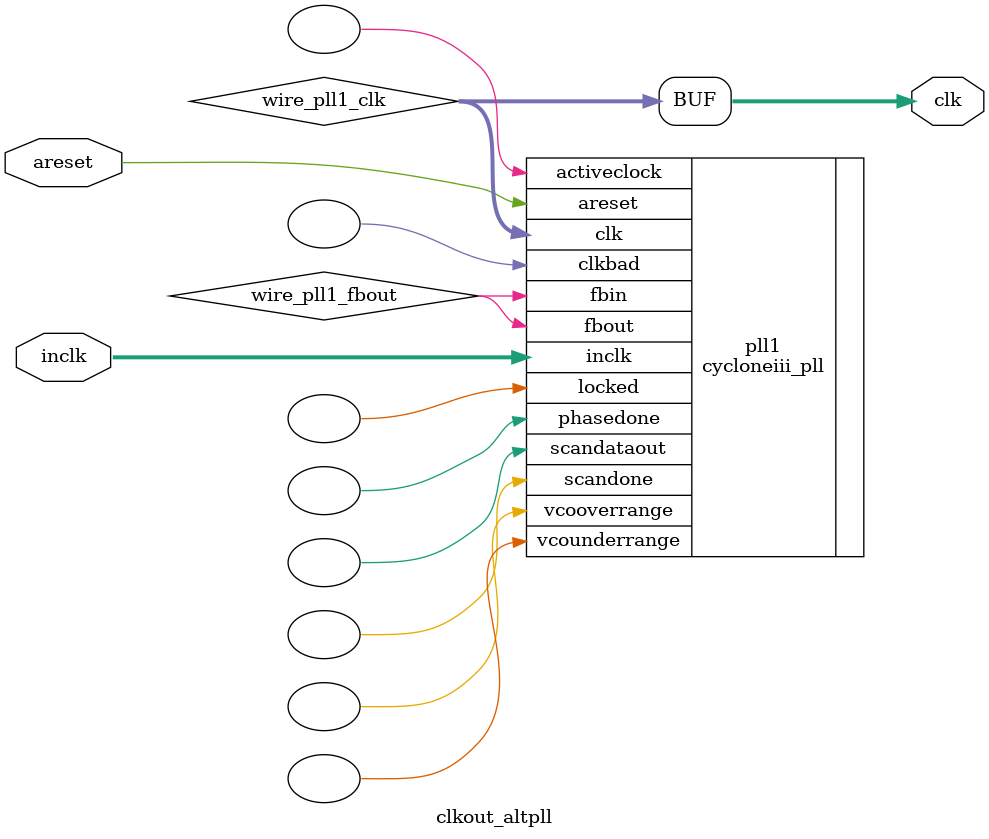
<source format=v>






//synthesis_resources = cycloneiii_pll 1 
//synopsys translate_off
`timescale 1 ps / 1 ps
//synopsys translate_on
module  clkout_altpll
	( 
	areset,
	clk,
	inclk) /* synthesis synthesis_clearbox=1 */;
	input   areset;
	output   [4:0]  clk;
	input   [1:0]  inclk;
`ifndef ALTERA_RESERVED_QIS
// synopsys translate_off
`endif
	tri0   areset;
	tri0   [1:0]  inclk;
`ifndef ALTERA_RESERVED_QIS
// synopsys translate_on
`endif

	wire  [4:0]   wire_pll1_clk;
	wire  wire_pll1_fbout;

	cycloneiii_pll   pll1
	( 
	.activeclock(),
	.areset(areset),
	.clk(wire_pll1_clk),
	.clkbad(),
	.fbin(wire_pll1_fbout),
	.fbout(wire_pll1_fbout),
	.inclk(inclk),
	.locked(),
	.phasedone(),
	.scandataout(),
	.scandone(),
	.vcooverrange(),
	.vcounderrange()
	`ifndef FORMAL_VERIFICATION
	// synopsys translate_off
	`endif
	,
	.clkswitch(1'b0),
	.configupdate(1'b0),
	.pfdena(1'b1),
	.phasecounterselect({3{1'b0}}),
	.phasestep(1'b0),
	.phaseupdown(1'b0),
	.scanclk(1'b0),
	.scanclkena(1'b1),
	.scandata(1'b0)
	`ifndef FORMAL_VERIFICATION
	// synopsys translate_on
	`endif
	);
	defparam
		pll1.bandwidth_type = "auto",
		pll1.clk0_divide_by = 50,
		pll1.clk0_duty_cycle = 50,
		pll1.clk0_multiply_by = 1,
		pll1.clk0_phase_shift = "0",
		pll1.compensate_clock = "clk0",
		pll1.inclk0_input_frequency = 20000,
		pll1.n = 10,
		pll1.operation_mode = "normal",
		pll1.pll_type = "auto",
		pll1.lpm_type = "cycloneiii_pll";
	assign
		clk = {wire_pll1_clk[4:0]};
endmodule //clkout_altpll
//VALID FILE

</source>
